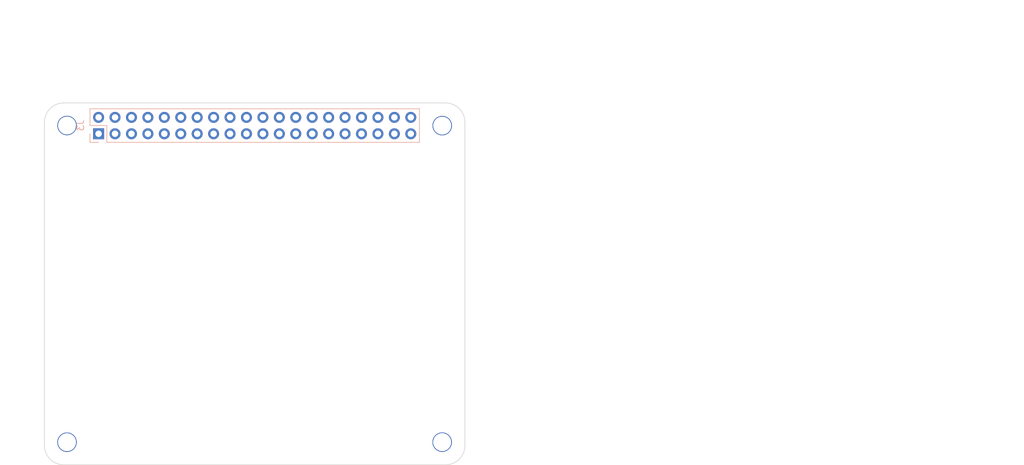
<source format=kicad_pcb>
(kicad_pcb (version 20211014) (generator pcbnew)
  (layers (0 "F.Cu" signal) (1 "In1.Cu" signal) (2 "In2.Cu" signal) (31 "B.Cu" signal) (34 "B.Paste" user) (35 "F.Paste" user) (36 "B.SilkS" user "B.Silkscreen") (37 "F.SilkS" user "F.Silkscreen") (38 "B.Mask" user) (39 "F.Mask" user) (44 "Edge.Cuts" user))
  (net 0 "")
  (net 1 "/ID_SD_EEPROM")
  (net 2 "/ID_SC_EEPROM")
  (net 3 "/P3V3_HAT")
  (net 4 "/P5V_HAT")
  (net 32 "/GND")
  (footprint "project_footprints:NPTH_3mm_ID" (layer "F.Cu") (at 82.04 64.31)
    (fp_text reference "H1" (at 0.06 0.09) (layer "F.SilkS"))
    (fp_text value "3mm_Mounting_Hole" hide)
    (pad "" np_thru_hole circle locked (at 0 0) (size 3 3) (drill 2.75) (layers *.Cu *.Mask) (clearance 1.6))
  )
  (footprint "project_footprints:NPTH_3mm_ID" (layer "F.Cu") (at 140.04 64.33)
    (fp_text reference "H2" (at 0.06 0.09) (layer "F.SilkS"))
    (fp_text value "3mm_Mounting_Hole" hide)
    (pad "" np_thru_hole circle locked (at 0 0) (size 3 3) (drill 2.75) (layers *.Cu *.Mask) (clearance 1.6))
  )
  (footprint "project_footprints:NPTH_3mm_ID" (layer "F.Cu") (at 82.04 113.32)
    (fp_text reference "H3" (at 0.06 0.09) (layer "F.SilkS"))
    (fp_text value "3mm_Mounting_Hole" hide)
    (pad "" np_thru_hole circle locked (at 0 0) (size 3 3) (drill 2.75) (layers *.Cu *.Mask) (clearance 1.6))
  )
  (footprint "project_footprints:NPTH_3mm_ID" (layer "F.Cu") (at 140.03 113.31)
    (fp_text reference "H4" (at 0.06 0.09) (layer "F.SilkS"))
    (fp_text value "3mm_Mounting_Hole" hide)
    (pad "" np_thru_hole circle locked (at 0 0) (size 3 3) (drill 2.75) (layers *.Cu *.Mask) (clearance 1.6))
  )
  (footprint "Connector_PinSocket_2.54mm:PinSocket_2x20_P2.54mm_Vertical" (layer "B.Cu") (at 86.92 65.59 -90)
    (fp_text reference "J3" (at -1.27 2.77 -90) (layer "B.SilkS") (effects (justify mirror)))
    (fp_text value "40HAT")
    (fp_line (start 0 1.33) (end 1.33 1.33) (layer "B.SilkS") (width 0.12))
    (fp_line (start -1.27 1.33) (end -1.27 -1.27) (layer "B.SilkS") (width 0.12))
    (fp_line (start 1.33 -1.27) (end 1.33 -49.59) (layer "B.SilkS") (width 0.12))
    (fp_line (start -3.87 1.33) (end -1.27 1.33) (layer "B.SilkS") (width 0.12))
    (fp_line (start -3.87 1.33) (end -3.87 -49.59) (layer "B.SilkS") (width 0.12))
    (fp_line (start -3.87 -49.59) (end 1.33 -49.59) (layer "B.SilkS") (width 0.12))
    (fp_line (start -1.27 -1.27) (end 1.33 -1.27) (layer "B.SilkS") (width 0.12))
    (fp_line (start 1.33 1.33) (end 1.33 0) (layer "B.SilkS") (width 0.12))
    (pad "1" thru_hole rect locked (at 0 0 270) (size 1.7 1.7) (drill 1) (layers *.Cu *.Mask) (net 3 "/P3V3_HAT"))
    (pad "2" thru_hole oval locked (at -2.54 0 270) (size 1.7 1.7) (drill 1) (layers *.Cu *.Mask) (net 4 "/P5V_HAT"))
    (pad "3" thru_hole oval locked (at 0 -2.54 270) (size 1.7 1.7) (drill 1) (layers *.Cu *.Mask))
    (pad "4" thru_hole oval locked (at -2.54 -2.54 270) (size 1.7 1.7) (drill 1) (layers *.Cu *.Mask) (net 4 "/P5V_HAT"))
    (pad "5" thru_hole oval locked (at 0 -5.08 270) (size 1.7 1.7) (drill 1) (layers *.Cu *.Mask))
    (pad "6" thru_hole oval locked (at -2.54 -5.08 270) (size 1.7 1.7) (drill 1) (layers *.Cu *.Mask) (net 32 "/GND"))
    (pad "7" thru_hole oval locked (at 0 -7.62 270) (size 1.7 1.7) (drill 1) (layers *.Cu *.Mask))
    (pad "8" thru_hole oval locked (at -2.54 -7.62 270) (size 1.7 1.7) (drill 1) (layers *.Cu *.Mask))
    (pad "9" thru_hole oval locked (at 0 -10.16 270) (size 1.7 1.7) (drill 1) (layers *.Cu *.Mask) (net 32 "/GND"))
    (pad "10" thru_hole oval locked (at -2.54 -10.16 270) (size 1.7 1.7) (drill 1) (layers *.Cu *.Mask))
    (pad "11" thru_hole oval locked (at 0 -12.7 270) (size 1.7 1.7) (drill 1) (layers *.Cu *.Mask))
    (pad "12" thru_hole oval locked (at -2.54 -12.7 270) (size 1.7 1.7) (drill 1) (layers *.Cu *.Mask))
    (pad "13" thru_hole oval locked (at 0 -15.24 270) (size 1.7 1.7) (drill 1) (layers *.Cu *.Mask))
    (pad "14" thru_hole oval locked (at -2.54 -15.24 270) (size 1.7 1.7) (drill 1) (layers *.Cu *.Mask) (net 32 "/GND"))
    (pad "15" thru_hole oval locked (at 0 -17.78 270) (size 1.7 1.7) (drill 1) (layers *.Cu *.Mask))
    (pad "16" thru_hole oval locked (at -2.54 -17.78 270) (size 1.7 1.7) (drill 1) (layers *.Cu *.Mask))
    (pad "17" thru_hole oval locked (at 0 -20.32 270) (size 1.7 1.7) (drill 1) (layers *.Cu *.Mask))
    (pad "18" thru_hole oval locked (at -2.54 -20.32 270) (size 1.7 1.7) (drill 1) (layers *.Cu *.Mask))
    (pad "19" thru_hole oval locked (at 0 -22.86 270) (size 1.7 1.7) (drill 1) (layers *.Cu *.Mask))
    (pad "20" thru_hole oval locked (at -2.54 -22.86 270) (size 1.7 1.7) (drill 1) (layers *.Cu *.Mask) (net 32 "/GND"))
    (pad "21" thru_hole oval locked (at 0 -25.4 270) (size 1.7 1.7) (drill 1) (layers *.Cu *.Mask))
    (pad "22" thru_hole oval locked (at -2.54 -25.4 270) (size 1.7 1.7) (drill 1) (layers *.Cu *.Mask))
    (pad "23" thru_hole oval locked (at 0 -27.94 270) (size 1.7 1.7) (drill 1) (layers *.Cu *.Mask))
    (pad "24" thru_hole oval locked (at -2.54 -27.94 270) (size 1.7 1.7) (drill 1) (layers *.Cu *.Mask))
    (pad "25" thru_hole oval locked (at 0 -30.48 270) (size 1.7 1.7) (drill 1) (layers *.Cu *.Mask) (net 32 "/GND"))
    (pad "26" thru_hole oval locked (at -2.54 -30.48 270) (size 1.7 1.7) (drill 1) (layers *.Cu *.Mask))
    (pad "27" thru_hole oval locked (at 0 -33.02 270) (size 1.7 1.7) (drill 1) (layers *.Cu *.Mask) (net 1 "/ID_SD_EEPROM"))
    (pad "28" thru_hole oval locked (at -2.54 -33.02 270) (size 1.7 1.7) (drill 1) (layers *.Cu *.Mask) (net 2 "/ID_SC_EEPROM"))
    (pad "29" thru_hole oval locked (at 0 -35.56 270) (size 1.7 1.7) (drill 1) (layers *.Cu *.Mask))
    (pad "30" thru_hole oval locked (at -2.54 -35.56 270) (size 1.7 1.7) (drill 1) (layers *.Cu *.Mask) (net 32 "/GND"))
    (pad "31" thru_hole oval locked (at 0 -38.1 270) (size 1.7 1.7) (drill 1) (layers *.Cu *.Mask))
    (pad "32" thru_hole oval locked (at -2.54 -38.1 270) (size 1.7 1.7) (drill 1) (layers *.Cu *.Mask))
    (pad "33" thru_hole oval locked (at 0 -40.64 270) (size 1.7 1.7) (drill 1) (layers *.Cu *.Mask))
    (pad "34" thru_hole oval locked (at -2.54 -40.64 270) (size 1.7 1.7) (drill 1) (layers *.Cu *.Mask) (net 32 "/GND"))
    (pad "35" thru_hole oval locked (at 0 -43.18 270) (size 1.7 1.7) (drill 1) (layers *.Cu *.Mask))
    (pad "36" thru_hole oval locked (at -2.54 -43.18 270) (size 1.7 1.7) (drill 1) (layers *.Cu *.Mask))
    (pad "37" thru_hole oval locked (at 0 -45.72 270) (size 1.7 1.7) (drill 1) (layers *.Cu *.Mask))
    (pad "38" thru_hole oval locked (at -2.54 -45.72 270) (size 1.7 1.7) (drill 1) (layers *.Cu *.Mask))
    (pad "39" thru_hole oval locked (at 0 -48.26 270) (size 1.7 1.7) (drill 1) (layers *.Cu *.Mask) (net 32 "/GND"))
    (pad "40" thru_hole oval locked (at -2.54 -48.26 270) (size 1.7 1.7) (drill 1) (layers *.Cu *.Mask))
  )
  (gr_line (start 143.546356 113.817611) (end 143.546356 63.817611) (layer "Edge.Cuts") (width 0.1))
  (gr_line (start 78.546356 63.817611) (end 78.546356 113.817611) (layer "Edge.Cuts") (width 0.1))
  (gr_arc (start 143.546351 113.822847) (mid 142.665824 115.940781) (end 140.546356 116.817611) (layer "Edge.Cuts") (width 0.1))
  (gr_line (start 140.546356 60.817611) (end 81.546356 60.817611) (layer "Edge.Cuts") (width 0.1))
  (gr_line (start 81.546356 116.817611) (end 140.546356 116.817611) (layer "Edge.Cuts") (width 0.1))
  (gr_arc (start 140.546356 60.817611) (mid 142.667676 61.696291) (end 143.546356 63.817611) (layer "Edge.Cuts") (width 0.1))
  (gr_arc (start 78.546356 63.817611) (mid 79.425036 61.696291) (end 81.546356 60.817611) (layer "Edge.Cuts") (width 0.1))
  (gr_arc (start 81.546356 116.817611) (mid 79.425036 115.938931) (end 78.546356 113.817611) (layer "Edge.Cuts") (width 0.1))
)
</source>
